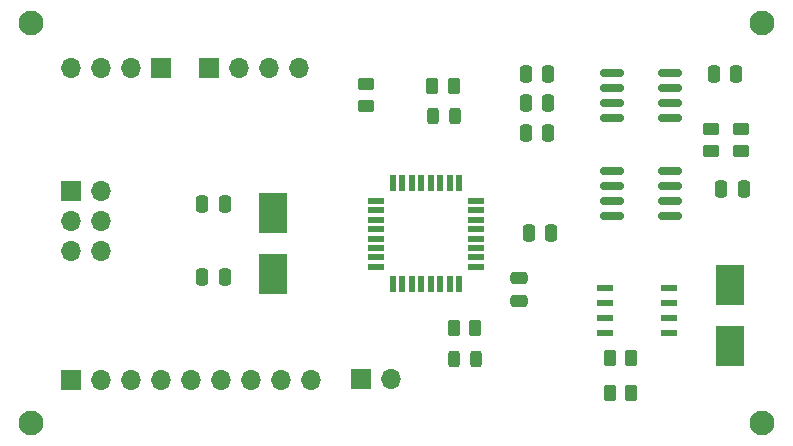
<source format=gts>
%TF.GenerationSoftware,KiCad,Pcbnew,8.0.8*%
%TF.CreationDate,2025-09-08T13:39:14+03:00*%
%TF.ProjectId,MCU datalogger,4d435520-6461-4746-916c-6f676765722e,rev?*%
%TF.SameCoordinates,Original*%
%TF.FileFunction,Soldermask,Top*%
%TF.FilePolarity,Negative*%
%FSLAX46Y46*%
G04 Gerber Fmt 4.6, Leading zero omitted, Abs format (unit mm)*
G04 Created by KiCad (PCBNEW 8.0.8) date 2025-09-08 13:39:14*
%MOMM*%
%LPD*%
G01*
G04 APERTURE LIST*
G04 Aperture macros list*
%AMRoundRect*
0 Rectangle with rounded corners*
0 $1 Rounding radius*
0 $2 $3 $4 $5 $6 $7 $8 $9 X,Y pos of 4 corners*
0 Add a 4 corners polygon primitive as box body*
4,1,4,$2,$3,$4,$5,$6,$7,$8,$9,$2,$3,0*
0 Add four circle primitives for the rounded corners*
1,1,$1+$1,$2,$3*
1,1,$1+$1,$4,$5*
1,1,$1+$1,$6,$7*
1,1,$1+$1,$8,$9*
0 Add four rect primitives between the rounded corners*
20,1,$1+$1,$2,$3,$4,$5,0*
20,1,$1+$1,$4,$5,$6,$7,0*
20,1,$1+$1,$6,$7,$8,$9,0*
20,1,$1+$1,$8,$9,$2,$3,0*%
G04 Aperture macros list end*
%ADD10RoundRect,0.250000X0.475000X-0.250000X0.475000X0.250000X-0.475000X0.250000X-0.475000X-0.250000X0*%
%ADD11RoundRect,0.250000X-0.250000X-0.475000X0.250000X-0.475000X0.250000X0.475000X-0.250000X0.475000X0*%
%ADD12R,1.454899X0.532600*%
%ADD13C,2.100000*%
%ADD14RoundRect,0.243750X-0.243750X-0.456250X0.243750X-0.456250X0.243750X0.456250X-0.243750X0.456250X0*%
%ADD15RoundRect,0.250000X0.250000X0.475000X-0.250000X0.475000X-0.250000X-0.475000X0.250000X-0.475000X0*%
%ADD16R,2.400000X3.500000*%
%ADD17R,1.700000X1.700000*%
%ADD18O,1.700000X1.700000*%
%ADD19RoundRect,0.250000X-0.262500X-0.450000X0.262500X-0.450000X0.262500X0.450000X-0.262500X0.450000X0*%
%ADD20RoundRect,0.250000X0.450000X-0.262500X0.450000X0.262500X-0.450000X0.262500X-0.450000X-0.262500X0*%
%ADD21RoundRect,0.250000X0.262500X0.450000X-0.262500X0.450000X-0.262500X-0.450000X0.262500X-0.450000X0*%
%ADD22RoundRect,0.150000X-0.825000X-0.150000X0.825000X-0.150000X0.825000X0.150000X-0.825000X0.150000X0*%
%ADD23R,1.422400X0.508000*%
%ADD24R,0.508000X1.422400*%
G04 APERTURE END LIST*
D10*
%TO.C,C5*%
X121580000Y-140440000D03*
X121580000Y-138540000D03*
%TD*%
D11*
%TO.C,C2*%
X122391100Y-134720000D03*
X124291100Y-134720000D03*
%TD*%
D12*
%TO.C,U4*%
X134291348Y-143155000D03*
X134291348Y-141885000D03*
X134291348Y-140615000D03*
X134291348Y-139345000D03*
X128848652Y-139345000D03*
X128848652Y-140615000D03*
X128848652Y-141885000D03*
X128848652Y-143155000D03*
%TD*%
D13*
%TO.C,H3*%
X142130000Y-116910000D03*
%TD*%
D14*
%TO.C,D1*%
X114252500Y-124810000D03*
X116127500Y-124810000D03*
%TD*%
D15*
%TO.C,C6*%
X124060000Y-121210000D03*
X122160000Y-121210000D03*
%TD*%
D13*
%TO.C,H4*%
X142130000Y-150790000D03*
%TD*%
D15*
%TO.C,C3*%
X96650000Y-138410000D03*
X94750000Y-138410000D03*
%TD*%
D16*
%TO.C,Y1*%
X100730000Y-138180000D03*
X100730000Y-132980000D03*
%TD*%
D17*
%TO.C,J1*%
X91230000Y-120740000D03*
D18*
X88690000Y-120740000D03*
X86150000Y-120740000D03*
X83610000Y-120740000D03*
%TD*%
D17*
%TO.C,J2*%
X95320000Y-120740000D03*
D18*
X97860000Y-120740000D03*
X100400000Y-120740000D03*
X102940000Y-120740000D03*
%TD*%
D19*
%TO.C,R1*%
X129257500Y-145300000D03*
X131082500Y-145300000D03*
%TD*%
D17*
%TO.C,BT1*%
X108165000Y-147040000D03*
D18*
X110705000Y-147040000D03*
%TD*%
D14*
%TO.C,D2*%
X116042500Y-145340000D03*
X117917500Y-145340000D03*
%TD*%
D11*
%TO.C,C8*%
X138060000Y-121250000D03*
X139960000Y-121250000D03*
%TD*%
D13*
%TO.C,H1*%
X80270000Y-116910000D03*
%TD*%
%TO.C,H2*%
X80270000Y-150790000D03*
%TD*%
D19*
%TO.C,R7*%
X116027500Y-142790000D03*
X117852500Y-142790000D03*
%TD*%
D15*
%TO.C,C1*%
X124060000Y-123690000D03*
X122160000Y-123690000D03*
%TD*%
D20*
%TO.C,R6*%
X108571100Y-123952500D03*
X108571100Y-122127500D03*
%TD*%
D11*
%TO.C,C4*%
X94750000Y-132250000D03*
X96650000Y-132250000D03*
%TD*%
D17*
%TO.C,J3*%
X83630000Y-147110000D03*
D18*
X86170000Y-147110000D03*
X88710000Y-147110000D03*
X91250000Y-147110000D03*
X93790000Y-147110000D03*
X96330000Y-147110000D03*
X98870000Y-147110000D03*
X101410000Y-147110000D03*
X103950000Y-147110000D03*
%TD*%
D15*
%TO.C,C9*%
X140590000Y-130950000D03*
X138690000Y-130950000D03*
%TD*%
D21*
%TO.C,R2*%
X131082500Y-148250000D03*
X129257500Y-148250000D03*
%TD*%
D16*
%TO.C,Y2*%
X139440000Y-139080000D03*
X139440000Y-144280000D03*
%TD*%
D20*
%TO.C,R4*%
X137830000Y-127742500D03*
X137830000Y-125917500D03*
%TD*%
D22*
%TO.C,U1*%
X129436100Y-129445000D03*
X129436100Y-130715000D03*
X129436100Y-131985000D03*
X129436100Y-133255000D03*
X134386100Y-133255000D03*
X134386100Y-131985000D03*
X134386100Y-130715000D03*
X134386100Y-129445000D03*
%TD*%
D15*
%TO.C,C7*%
X124060000Y-126270000D03*
X122160000Y-126270000D03*
%TD*%
D19*
%TO.C,R5*%
X114237500Y-122220000D03*
X116062500Y-122220000D03*
%TD*%
D23*
%TO.C,U3*%
X109413900Y-131980001D03*
X109413900Y-132779999D03*
X109413900Y-133580000D03*
X109413900Y-134380001D03*
X109413900Y-135179999D03*
X109413900Y-135980000D03*
X109413900Y-136779999D03*
X109413900Y-137579999D03*
D24*
X110881101Y-139047200D03*
X111681099Y-139047200D03*
X112481100Y-139047200D03*
X113281101Y-139047200D03*
X114081099Y-139047200D03*
X114881100Y-139047200D03*
X115681099Y-139047200D03*
X116481099Y-139047200D03*
D23*
X117948300Y-137579999D03*
X117948300Y-136780001D03*
X117948300Y-135980000D03*
X117948300Y-135179999D03*
X117948300Y-134380001D03*
X117948300Y-133580000D03*
X117948300Y-132780001D03*
X117948300Y-131980001D03*
D24*
X116481099Y-130512800D03*
X115681101Y-130512800D03*
X114881100Y-130512800D03*
X114081099Y-130512800D03*
X113281101Y-130512800D03*
X112481100Y-130512800D03*
X111681101Y-130512800D03*
X110881101Y-130512800D03*
%TD*%
D17*
%TO.C,J4*%
X83630000Y-131180000D03*
D18*
X86170000Y-131180000D03*
X83630000Y-133720000D03*
X86170000Y-133720000D03*
X83630000Y-136260000D03*
X86170000Y-136260000D03*
%TD*%
D20*
%TO.C,R3*%
X140390000Y-127732500D03*
X140390000Y-125907500D03*
%TD*%
D22*
%TO.C,U2*%
X129436100Y-121175000D03*
X129436100Y-122445000D03*
X129436100Y-123715000D03*
X129436100Y-124985000D03*
X134386100Y-124985000D03*
X134386100Y-123715000D03*
X134386100Y-122445000D03*
X134386100Y-121175000D03*
%TD*%
M02*

</source>
